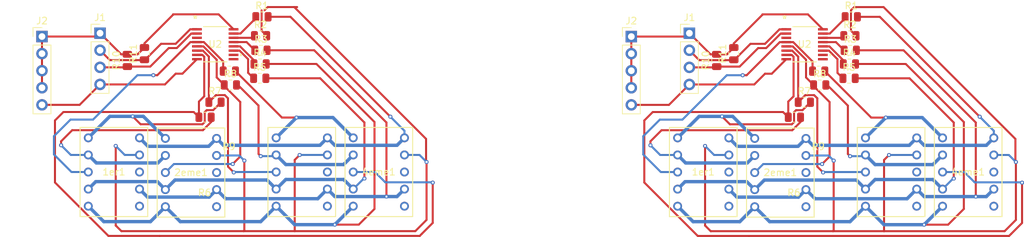
<source format=kicad_pcb>
(kicad_pcb (version 20240108) (generator "pcbnew") (generator_version "8.0")
  (layers (0 "F.Cu" signal) (31 "B.Cu" signal) (34 "B.Paste" user) (35 "F.Paste" user) (36 "B.SilkS" user "B.Silkscreen") (37 "F.SilkS" user "F.Silkscreen") (38 "B.Mask" user) (39 "F.Mask" user) (44 "Edge.Cuts" user))
  (net 0 "")
  (net 1 "/D")
  (net 2 "/C")
  (net 3 "/A")
  (net 4 "/E")
  (net 5 "/B")
  (net 6 "Net-(J1-Pin_1)")
  (net 7 "Net-(J1-Pin_4)")
  (net 8 "Net-(J1-Pin_2)")
  (net 9 "Net-(J1-Pin_3)")
  (net 12 "/G_2")
  (net 13 "/F_3")
  (net 16 "/G_0")
  (net 17 "/F_1")
  (net 22 "/1")
  (net 23 "/2")
  (net 24 "/3")
  (net 25 "/4")
  (net 26 "/9")
  (net 27 "/8")
  (net 28 "/7")
  (net 29 "/6")
  (net 30 "/5")
  (footprint "Resistor_SMD:R_0805_2012Metric" (layer "F.Cu") (at 226.808961 90.387639)
    (property "Reference" "R1")
    (property "Value" "R")
  )
  (footprint "footprints:DIP10_TDS" (layer "F.Cu") (at 124.7941 108.4673)
    (property "Reference" "2eme1")
    (property "Value" "TDSG3160-M")
  )
  (footprint "Resistor_SMD:R_0805_2012Metric" (layer "F.Cu") (at 226.529561 97.398039)
    (property "Reference" "R4")
    (property "Value" "R")
  )
  (footprint "footprints:DIP10_TDS" (layer "F.Cu") (at 113.3293 108.3873)
    (property "Reference" "1er1")
    (property "Value" "TDSG3160-M")
  )
  (footprint "footprints:DIP10_TDS" (layer "F.Cu") (at 141.2693 108.3873)
    (property "Reference" "3eme1" (hide yes))
    (property "Value" "TDSG3160-M" (hide yes))
  )
  (footprint "Resistor_SMD:R_0805_2012Metric" (layer "F.Cu") (at 226.480661 99.531639)
    (property "Reference" "R5")
    (property "Value" "R")
  )
  (footprint "Resistor_SMD:R_0805_2012Metric" (layer "F.Cu") (at 209.333761 95.864039 90)
    (property "Reference" "R11")
    (property "Value" "R")
  )
  (footprint "CMS:21-0055H_16_MXM" (layer "F.Cu") (at 219.862061 94.467039)
    (property "Reference" "U2")
    (property "Value" "max6958aaee")
  )
  (footprint "Resistor_SMD:R_0805_2012Metric" (layer "F.Cu") (at 221.957561 98.464839)
    (property "Reference" "R9")
    (property "Value" "R")
  )
  (footprint "Resistor_SMD:R_0805_2012Metric" (layer "F.Cu") (at 206.793761 96.880039 90)
    (property "Reference" "R10")
    (property "Value" "R")
  )
  (footprint "Resistor_SMD:R_0805_2012Metric" (layer "F.Cu") (at 134.46 100.5173)
    (property "Reference" "R8")
    (property "Value" "R")
  )
  (footprint "footprints:DIP10_TDS" (layer "F.Cu") (at 200.981161 108.392239)
    (property "Reference" "1er1")
    (property "Value" "TDSG3160-M")
  )
  (footprint "Connector_PinHeader_2.54mm:PinHeader_1x05_P2.54mm_Vertical" (layer "F.Cu") (at 194.093761 93.324039)
    (property "Reference" "J2")
    (property "Value" "Conn_01x05_Pin")
  )
  (footprint "Resistor_SMD:R_0805_2012Metric" (layer "F.Cu") (at 226.656561 95.366039)
    (property "Reference" "R3")
    (property "Value" "R")
  )
  (footprint "Resistor_SMD:R_0805_2012Metric" (layer "F.Cu") (at 222.111861 100.522239)
    (property "Reference" "R8")
    (property "Value" "R")
  )
  (footprint "Resistor_SMD:R_0805_2012Metric" (layer "F.Cu") (at 121.6819 95.8591 90)
    (property "Reference" "R11")
    (property "Value" "R")
  )
  (footprint "CMS:21-0055H_16_MXM" (layer "F.Cu") (at 132.2102 94.4621)
    (property "Reference" "U2")
    (property "Value" "max6958aaee")
  )
  (footprint "Resistor_SMD:R_0805_2012Metric" (layer "F.Cu") (at 219.825861 103.087639)
    (property "Reference" "R7")
    (property "Value" "R")
  )
  (footprint "Resistor_SMD:R_0805_2012Metric" (layer "F.Cu") (at 218.348861 105.322839)
    (property "Reference" "R6")
    (property "Value" "R")
  )
  (footprint "Resistor_SMD:R_0805_2012Metric" (layer "F.Cu") (at 134.3057 98.4599)
    (property "Reference" "R9")
    (property "Value" "R")
  )
  (footprint "Resistor_SMD:R_0805_2012Metric" (layer "F.Cu") (at 138.952 93.2021)
    (property "Reference" "R2")
    (property "Value" "R")
  )
  (footprint "Resistor_SMD:R_0805_2012Metric" (layer "F.Cu") (at 119.1419 96.8751 90)
    (property "Reference" "R10")
    (property "Value" "R")
  )
  (footprint "Connector_PinHeader_2.54mm:PinHeader_1x04_P2.54mm_Vertical" (layer "F.Cu") (at 202.729761 92.826039)
    (property "Reference" "J1")
    (property "Value" "Conn_01x04_Pin" (hide yes))
  )
  (footprint "footprints:DIP10_TDS" (layer "F.Cu") (at 228.921161 108.392239)
    (property "Reference" "3eme1" (hide yes))
    (property "Value" "TDSG3160-M" (hide yes))
  )
  (footprint "Resistor_SMD:R_0805_2012Metric" (layer "F.Cu") (at 139.1571 90.3827)
    (property "Reference" "R1")
    (property "Value" "R")
  )
  (footprint "Resistor_SMD:R_0805_2012Metric" (layer "F.Cu") (at 139.0047 95.3611)
    (property "Reference" "R3")
    (property "Value" "R")
  )
  (footprint "Connector_PinHeader_2.54mm:PinHeader_1x05_P2.54mm_Vertical" (layer "F.Cu") (at 106.4419 93.3191)
    (property "Reference" "J2")
    (property "Value" "Conn_01x05_Pin")
  )
  (footprint "Connector_PinHeader_2.54mm:PinHeader_1x04_P2.54mm_Vertical" (layer "F.Cu") (at 115.0779 92.8211)
    (property "Reference" "J1")
    (property "Value" "Conn_01x04_Pin" (hide yes))
  )
  (footprint "Resistor_SMD:R_0805_2012Metric" (layer "F.Cu") (at 138.8288 99.5267)
    (property "Reference" "R5")
    (property "Value" "R")
  )
  (footprint "Resistor_SMD:R_0805_2012Metric" (layer "F.Cu") (at 226.603861 93.207039)
    (property "Reference" "R2")
    (property "Value" "R")
  )
  (footprint "footprints:DIP10_TDS" (layer "F.Cu") (at 212.445961 108.472239)
    (property "Reference" "2eme1")
    (property "Value" "TDSG3160-M")
  )
  (footprint "footprints:DIP10_TDS" (layer "F.Cu") (at 152.7341 108.3873)
    (property "Reference" "4eme1")
    (property "Value" "TDSG3160-M")
  )
  (footprint "Resistor_SMD:R_0805_2012Metric" (layer "F.Cu") (at 132.174 103.0827)
    (property "Reference" "R7")
    (property "Value" "R")
  )
  (footprint "Resistor_SMD:R_0805_2012Metric" (layer "F.Cu") (at 130.697 105.3179)
    (property "Reference" "R6")
    (property "Value" "R")
  )
  (footprint "footprints:DIP10_TDS" (layer "F.Cu") (at 240.385961 108.392239)
    (property "Reference" "4eme1")
    (property "Value" "TDSG3160-M")
  )
  (footprint "Resistor_SMD:R_0805_2012Metric" (layer "F.Cu") (at 138.8777 97.3931)
    (property "Reference" "R4")
    (property "Value" "R")
  )
  (segment (start 153.5589 121.2945) (end 149.9869 121.2945) (width 0.3) (layer "F.Cu") (net 1))
  (segment (start 139.7902 97.3931) (end 147.2597 97.3931) (width 0.3) (layer "F.Cu") (net 1))
  (segment (start 243.547561 106.034039) (end 243.547561 118.962639) (width 0.3) (layer "F.Cu") (net 1))
  (segment (start 147.2597 97.3931) (end 155.8957 106.0291) (width 0.3) (layer "F.Cu") (net 1))
  (segment (start 227.442061 97.398039) (end 234.911561 97.398039) (width 0.3) (layer "F.Cu") (net 1))
  (segment (start 234.911561 97.398039) (end 243.547561 106.034039) (width 0.3) (layer "F.Cu") (net 1))
  (segment (start 241.210761 121.299439) (end 237.638761 121.299439) (width 0.3) (layer "F.Cu") (net 1))
  (segment (start 155.8957 118.9577) (end 153.5589 121.2945) (width 0.3) (layer "F.Cu") (net 1))
  (segment (start 243.547561 118.962639) (end 241.210761 121.299439) (width 0.3) (layer "F.Cu") (net 1))
  (segment (start 155.8957 106.0291) (end 155.8957 118.9577) (width 0.3) (layer "F.Cu") (net 1))
  (via (at 237.638761 121.299439) (size 0.6) (drill 0.3) (layers "F.Cu" "B.Cu") (net 1))
  (via (at 149.9869 121.2945) (size 0.6) (drill 0.3) (layers "F.Cu" "B.Cu") (net 1))
  (segment (start 203.280961 120.852039) (end 210.226161 120.852039) (width 0.5) (layer "B.Cu") (net 1))
  (segment (start 214.665761 120.852039) (end 226.621361 120.852039) (width 0.5) (layer "B.Cu") (net 1))
  (segment (start 115.6291 120.8471) (end 122.5743 120.8471) (width 0.5) (layer "B.Cu") (net 1))
  (segment (start 113.3293 118.5473) (end 115.6291 120.8471) (width 0.5) (layer "B.Cu") (net 1))
  (segment (start 231.668361 121.299439) (end 237.638761 121.299439) (width 0.5) (layer "B.Cu") (net 1))
  (segment (start 127.0139 120.8471) (end 138.9695 120.8471) (width 0.5) (layer "B.Cu") (net 1))
  (segment (start 212.445961 118.632239) (end 214.665761 120.852039) (width 0.5) (layer "B.Cu") (net 1))
  (segment (start 228.921161 118.552239) (end 231.668361 121.299439) (width 0.5) (layer "B.Cu") (net 1))
  (segment (start 138.9695 120.8471) (end 141.2693 118.5473) (width 0.5) (layer "B.Cu") (net 1))
  (segment (start 149.9869 121.2945) (end 152.7341 118.5473) (width 0.5) (layer "B.Cu") (net 1))
  (segment (start 237.638761 121.299439) (end 240.385961 118.552239) (width 0.5) (layer "B.Cu") (net 1))
  (segment (start 144.0165 121.2945) (end 149.9869 121.2945) (width 0.5) (layer "B.Cu") (net 1))
  (segment (start 200.981161 118.552239) (end 203.280961 120.852039) (width 0.5) (layer "B.Cu") (net 1))
  (segment (start 122.5743 120.8471) (end 124.7941 118.6273) (width 0.5) (layer "B.Cu") (net 1))
  (segment (start 210.226161 120.852039) (end 212.445961 118.632239) (width 0.5) (layer "B.Cu") (net 1))
  (segment (start 226.621361 120.852039) (end 228.921161 118.552239) (width 0.5) (layer "B.Cu") (net 1))
  (segment (start 141.2693 118.5473) (end 144.0165 121.2945) (width 0.5) (layer "B.Cu") (net 1))
  (segment (start 124.7941 118.6273) (end 127.0139 120.8471) (width 0.5) (layer "B.Cu") (net 1))
  (segment (start 157.6737 106.1053) (end 157.6737 117.1177) (width 0.3) (layer "F.Cu") (net 2))
  (segment (start 245.325561 106.110239) (end 245.325561 117.122639) (width 0.3) (layer "F.Cu") (net 2))
  (segment (start 227.569061 95.366039) (end 234.581361 95.366039) (width 0.3) (layer "F.Cu") (net 2))
  (segment (start 139.9172 95.3611) (end 146.9295 95.3611) (width 0.3) (layer "F.Cu") (net 2))
  (segment (start 146.9295 95.3611) (end 157.6737 106.1053) (width 0.3) (layer "F.Cu") (net 2))
  (segment (start 234.581361 95.366039) (end 245.325561 106.110239) (width 0.3) (layer "F.Cu") (net 2))
  (via (at 245.325561 117.122639) (size 0.6) (drill 0.3) (layers "F.Cu" "B.Cu") (net 2))
  (via (at 157.6737 117.1177) (size 0.6) (drill 0.3) (layers "F.Cu" "B.Cu") (net 2))
  (segment (start 120.9493 116.0073) (end 122.1397 117.1977) (width 0.5) (layer "B.Cu") (net 2))
  (segment (start 149.9997 117.1177) (end 157.6737 117.1177) (width 0.5) (layer "B.Cu") (net 2))
  (segment (start 147.4597 117.4369) (end 148.8893 116.0073) (width 0.5) (layer "B.Cu") (net 2))
  (segment (start 133.7637 117.4369) (end 147.4597 117.4369) (width 0.5) (layer "B.Cu") (net 2))
  (segment (start 122.1397 117.1977) (end 131.3037 117.1977) (width 0.5) (layer "B.Cu") (net 2))
  (segment (start 148.8893 116.0073) (end 149.9997 117.1177) (width 0.5) (layer "B.Cu") (net 2))
  (segment (start 245.325561 117.122639) (end 246.895561 117.122639) (width 0.5) (layer "B.Cu") (net 2))
  (segment (start 220.065961 116.092239) (end 221.415561 117.441839) (width 0.5) (layer "B.Cu") (net 2))
  (segment (start 221.415561 117.441839) (end 235.111561 117.441839) (width 0.5) (layer "B.Cu") (net 2))
  (segment (start 235.111561 117.441839) (end 236.541161 116.012239) (width 0.5) (layer "B.Cu") (net 2))
  (segment (start 209.791561 117.202639) (end 218.955561 117.202639) (width 0.5) (layer "B.Cu") (net 2))
  (segment (start 237.651561 117.122639) (end 245.325561 117.122639) (width 0.5) (layer "B.Cu") (net 2))
  (segment (start 236.541161 116.012239) (end 237.651561 117.122639) (width 0.5) (layer "B.Cu") (net 2))
  (segment (start 159.2437 117.1177) (end 160.3541 116.0073) (width 0.5) (layer "B.Cu") (net 2))
  (segment (start 157.6737 117.1177) (end 159.2437 117.1177) (width 0.5) (layer "B.Cu") (net 2))
  (segment (start 208.601161 116.012239) (end 209.791561 117.202639) (width 0.5) (layer "B.Cu") (net 2))
  (segment (start 218.955561 117.202639) (end 220.065961 116.092239) (width 0.5) (layer "B.Cu") (net 2))
  (segment (start 132.4141 116.0873) (end 133.7637 117.4369) (width 0.5) (layer "B.Cu") (net 2))
  (segment (start 131.3037 117.1977) (end 132.4141 116.0873) (width 0.5) (layer "B.Cu") (net 2))
  (segment (start 246.895561 117.122639) (end 248.005961 116.012239) (width 0.5) (layer "B.Cu") (net 2))
  (segment (start 143.3989 90.3827) (end 158.2579 105.2417) (width 0.3) (layer "F.Cu") (net 3))
  (segment (start 227.721461 90.387639) (end 231.050761 90.387639) (width 0.3) (layer "F.Cu") (net 3))
  (segment (start 231.050761 90.387639) (end 245.909761 105.246639) (width 0.3) (layer "F.Cu") (net 3))
  (segment (start 140.0696 90.3827) (end 143.3989 90.3827) (width 0.3) (layer "F.Cu") (net 3))
  (via (at 245.909761 105.246639) (size 0.6) (drill 0.3) (layers "F.Cu" "B.Cu") (net 3))
  (via (at 158.2579 105.2417) (size 0.6) (drill 0.3) (layers "F.Cu" "B.Cu") (net 3))
  (segment (start 159.2437 109.4977) (end 160.3541 108.3873) (width 0.5) (layer "B.Cu") (net 3))
  (segment (start 122.2077 109.6457) (end 131.2357 109.6457) (width 0.5) (layer "B.Cu") (net 3))
  (segment (start 148.8893 108.3873) (end 147.7789 109.4977) (width 0.5) (layer "B.Cu") (net 3))
  (segment (start 149.9997 109.4977) (end 159.2437 109.4977) (width 0.5) (layer "B.Cu") (net 3))
  (segment (start 236.541161 108.392239) (end 235.430761 109.502639) (width 0.5) (layer "B.Cu") (net 3))
  (segment (start 148.8893 108.3873) (end 149.9997 109.4977) (width 0.5) (layer "B.Cu") (net 3))
  (segment (start 147.7789 109.4977) (end 133.4445 109.4977) (width 0.5) (layer "B.Cu") (net 3))
  (segment (start 160.3541 107.3379) (end 160.3541 108.3873) (width 0.3) (layer "B.Cu") (net 3))
  (segment (start 237.651561 109.502639) (end 246.895561 109.502639) (width 0.5) (layer "B.Cu") (net 3))
  (segment (start 245.909761 105.246639) (end 248.005961 107.342839) (width 0.3) (layer "B.Cu") (net 3))
  (segment (start 236.541161 108.392239) (end 237.651561 109.502639) (width 0.5) (layer "B.Cu") (net 3))
  (segment (start 235.430761 109.502639) (end 221.096361 109.502639) (width 0.5) (layer "B.Cu") (net 3))
  (segment (start 246.895561 109.502639) (end 248.005961 108.392239) (width 0.5) (layer "B.Cu") (net 3))
  (segment (start 131.2357 109.6457) (end 132.4141 108.4673) (width 0.5) (layer "B.Cu") (net 3))
  (segment (start 133.4445 109.4977) (end 132.4141 108.4673) (width 0.5) (layer "B.Cu") (net 3))
  (segment (start 120.9493 108.3873) (end 122.2077 109.6457) (width 0.5) (layer "B.Cu") (net 3))
  (segment (start 209.859561 109.650639) (end 218.887561 109.650639) (width 0.5) (layer "B.Cu") (net 3))
  (segment (start 221.096361 109.502639) (end 220.065961 108.472239) (width 0.5) (layer "B.Cu") (net 3))
  (segment (start 218.887561 109.650639) (end 220.065961 108.472239) (width 0.5) (layer "B.Cu") (net 3))
  (segment (start 158.2579 105.2417) (end 160.3541 107.3379) (width 0.3) (layer "B.Cu") (net 3))
  (segment (start 248.005961 107.342839) (end 248.005961 108.392239) (width 0.3) (layer "B.Cu") (net 3))
  (segment (start 208.601161 108.392239) (end 209.859561 109.650639) (width 0.5) (layer "B.Cu") (net 3))
  (segment (start 154.3971 106.1053) (end 154.3971 114.4365) (width 0.3) (layer "F.Cu") (net 4))
  (segment (start 242.048961 106.110239) (end 242.048961 114.441439) (width 0.3) (layer "F.Cu") (net 4))
  (segment (start 235.470361 99.531639) (end 242.048961 106.110239) (width 0.3) (layer "F.Cu") (net 4))
  (segment (start 139.7413 99.5267) (end 147.8185 99.5267) (width 0.3) (layer "F.Cu") (net 4))
  (segment (start 147.8185 99.5267) (end 154.3971 106.1053) (width 0.3) (layer "F.Cu") (net 4))
  (segment (start 227.393161 99.531639) (end 235.470361 99.531639) (width 0.3) (layer "F.Cu") (net 4))
  (via (at 242.048961 114.441439) (size 0.6) (drill 0.3) (layers "F.Cu" "B.Cu") (net 4))
  (via (at 154.3971 114.4365) (size 0.6) (drill 0.3) (layers "F.Cu" "B.Cu") (net 4))
  (segment (start 202.091561 114.901839) (end 211.255561 114.901839) (width 0.5) (layer "B.Cu") (net 4))
  (segment (start 213.875561 114.662639) (end 227.571561 114.662639) (width 0.5) (layer "B.Cu") (net 4))
  (segment (start 123.6037 114.8969) (end 124.7941 116.0873) (width 0.5) (layer "B.Cu") (net 4))
  (segment (start 212.445961 116.092239) (end 213.875561 114.662639) (width 0.5) (layer "B.Cu") (net 4))
  (segment (start 200.981161 116.012239) (end 202.091561 114.901839) (width 0.5) (layer "B.Cu") (net 4))
  (segment (start 141.2693 116.0073) (end 142.6989 114.5777) (width 0.5) (layer "B.Cu") (net 4))
  (segment (start 113.3293 116.0073) (end 114.4397 114.8969) (width 0.5) (layer "B.Cu") (net 4))
  (segment (start 139.9197 114.6577) (end 141.2693 116.0073) (width 0.5) (layer "B.Cu") (net 4))
  (segment (start 154.3049 114.4365) (end 152.7341 116.0073) (width 0.3) (layer "B.Cu") (net 4))
  (segment (start 241.956761 114.441439) (end 240.385961 116.012239) (width 0.3) (layer "B.Cu") (net 4))
  (segment (start 228.921161 116.012239) (end 230.350761 114.582639) (width 0.5) (layer "B.Cu") (net 4))
  (segment (start 242.048961 114.441439) (end 241.956761 114.441439) (width 0.3) (layer "B.Cu") (net 4))
  (segment (start 124.7941 116.0873) (end 126.2237 114.6577) (width 0.5) (layer "B.Cu") (net 4))
  (segment (start 142.6989 114.5777) (end 151.3045 114.5777) (width 0.5) (layer "B.Cu") (net 4))
  (segment (start 114.4397 114.8969) (end 123.6037 114.8969) (width 0.5) (layer "B.Cu") (net 4))
  (segment (start 230.350761 114.582639) (end 238.956361 114.582639) (width 0.5) (layer "B.Cu") (net 4))
  (segment (start 151.3045 114.5777) (end 152.7341 116.0073) (width 0.5) (layer "B.Cu") (net 4))
  (segment (start 238.956361 114.582639) (end 240.385961 116.012239) (width 0.5) (layer "B.Cu") (net 4))
  (segment (start 154.3971 114.4365) (end 154.3049 114.4365) (width 0.3) (layer "B.Cu") (net 4))
  (segment (start 126.2237 114.6577) (end 139.9197 114.6577) (width 0.5) (layer "B.Cu") (net 4))
  (segment (start 227.571561 114.662639) (end 228.921161 116.012239) (width 0.5) (layer "B.Cu") (net 4))
  (segment (start 211.255561 114.901839) (end 212.445961 116.092239) (width 0.5) (layer "B.Cu") (net 4))
  (segment (start 144.0307 111.6711) (end 144.0307 122.2629) (width 0.3) (layer "F.Cu") (net 5))
  (segment (start 205.063361 121.429639) (end 205.139561 121.505839) (width 0.3) (layer "F.Cu") (net 5))
  (segment (start 205.926961 122.267839) (end 224.087961 122.267839) (width 0.3) (layer "F.Cu") (net 5))
  (segment (start 224.087961 122.267839) (end 231.682561 122.267839) (width 0.3) (layer "F.Cu") (net 5))
  (segment (start 227.516361 93.207039) (end 226.758961 92.449639) (width 0.3) (layer "F.Cu") (net 5))
  (segment (start 144.7673 110.9345) (end 144.0307 111.6711) (width 0.3) (layer "F.Cu") (net 5))
  (segment (start 249.640361 122.242439) (end 251.291361 120.591439) (width 0.3) (layer "F.Cu") (net 5))
  (segment (start 249.614961 122.267839) (end 249.640361 122.242439) (width 0.3) (layer "F.Cu") (net 5))
  (segment (start 231.682561 111.676039) (end 231.682561 122.267839) (width 0.3) (layer "F.Cu") (net 5))
  (segment (start 136.4361 122.2629) (end 144.0307 122.2629) (width 0.3) (layer "F.Cu") (net 5))
  (segment (start 205.901561 122.267839) (end 205.926961 122.267839) (width 0.3) (layer "F.Cu") (net 5))
  (segment (start 231.609561 88.939839) (end 251.218361 108.548639) (width 0.3) (layer "F.Cu") (net 5))
  (segment (start 161.9885 122.2375) (end 163.6395 120.5865) (width 0.3) (layer "F.Cu") (net 5))
  (segment (start 226.758961 92.449639) (end 226.758961 89.421639) (width 0.3) (layer "F.Cu") (net 5))
  (segment (start 205.063361 109.593239) (end 205.063361 121.429639) (width 0.3) (layer "F.Cu") (net 5))
  (segment (start 117.4115 109.5883) (end 117.4369 109.6137) (width 0.3) (layer "F.Cu") (net 5))
  (segment (start 118.2497 122.2629) (end 118.2751 122.2629) (width 0.3) (layer "F.Cu") (net 5))
  (segment (start 117.4877 121.5009) (end 118.2497 122.2629) (width 0.3) (layer "F.Cu") (net 5))
  (segment (start 117.4115 109.5883) (end 117.4115 121.4247) (width 0.3) (layer "F.Cu") (net 5))
  (segment (start 139.8645 93.2021) (end 139.1071 92.4447) (width 0.3) (layer "F.Cu") (net 5))
  (segment (start 205.139561 121.505839) (end 205.901561 122.267839) (width 0.3) (layer "F.Cu") (net 5))
  (segment (start 139.5389 89.4167) (end 140.0207 88.9349) (width 0.3) (layer "F.Cu") (net 5))
  (segment (start 117.4115 121.4247) (end 117.4877 121.5009) (width 0.3) (layer "F.Cu") (net 5))
  (segment (start 224.189561 122.166239) (end 224.087961 122.267839) (width 0.3) (layer "F.Cu") (net 5))
  (segment (start 163.5665 108.5437) (end 163.5665 111.9029) (width 0.3) (layer "F.Cu") (net 5))
  (segment (start 227.240761 88.939839) (end 231.609561 88.939839) (width 0.3) (layer "F.Cu") (net 5))
  (segment (start 143.9577 88.9349) (end 163.5665 108.5437) (width 0.3) (layer "F.Cu") (net 5))
  (segment (start 226.758961 89.421639) (end 227.240761 88.939839) (width 0.3) (layer "F.Cu") (net 5))
  (segment (start 251.218361 111.907839) (end 251.291361 111.980839) (width 0.3) (layer "F.Cu") (net 5))
  (segment (start 205.063361 109.593239) (end 205.088761 109.618639) (width 0.3) (layer "F.Cu") (net 5))
  (segment (start 139.1071 92.4447) (end 139.1071 89.4167) (width 0.3) (layer "F.Cu") (net 5))
  (segment (start 136.5377 111.7727) (end 136.5377 122.1613) (width 0.3) (layer "F.Cu") (net 5))
  (segment (start 144.0307 122.2629) (end 161.9631 122.2629) (width 0.3) (layer "F.Cu") (net 5))
  (segment (start 140.0207 88.9349) (end 144.3895 88.9349) (width 0.3) (layer "F.Cu") (net 5))
  (segment (start 231.682561 122.267839) (end 249.614961 122.267839) (width 0.3) (layer "F.Cu") (net 5))
  (segment (start 224.189561 111.777639) (end 224.189561 122.166239) (width 0.3) (layer "F.Cu") (net 5))
  (segment (start 163.6395 120.5865) (end 163.6395 111.9759) (width 0.3) (layer "F.Cu") (net 5))
  (segment (start 163.5665 111.9029) (end 163.6395 111.9759) (width 0.3) (layer "F.Cu") (net 5))
  (segment (start 232.419161 110.939439) (end 231.682561 111.676039) (width 0.3) (layer "F.Cu") (net 5))
  (segment (start 251.291361 120.591439) (end 251.291361 111.980839) (width 0.3) (layer "F.Cu") (net 5))
  (segment (start 161.9631 122.2629) (end 161.9885 122.2375) (width 0.3) (layer "F.Cu") (net 5))
  (segment (start 251.218361 108.548639) (end 251.218361 111.907839) (width 0.3) (layer "F.Cu") (net 5))
  (segment (start 118.2751 122.2629) (end 136.4361 122.2629) (width 0.3) (layer "F.Cu") (net 5))
  (segment (start 136.5377 122.1613) (end 136.4361 122.2629) (width 0.3) (layer "F.Cu") (net 5))
  (via (at 251.291361 111.980839) (size 0.6) (drill 0.3) (layers "F.Cu" "B.Cu") (net 5))
  (via (at 144.7673 110.9345) (size 0.6) (drill 0.3) (layers "F.Cu" "B.Cu") (net 5))
  (via (at 163.6395 111.9759) (size 0.6) (drill 0.3) (layers "F.Cu" "B.Cu") (net 5))
  (via (at 205.063361 109.593239) (size 0.6) (drill 0.3) (layers "F.Cu" "B.Cu") (net 5))
  (via (at 224.189561 111.777639) (size 0.6) (drill 0.3) (layers "F.Cu" "B.Cu") (net 5))
  (via (at 117.4115 109.5883) (size 0.6) (drill 0.3) (layers "F.Cu" "B.Cu") (net 5))
  (via (at 232.419161 110.939439) (size 0.6) (drill 0.3) (layers "F.Cu" "B.Cu") (net 5))
  (via (at 136.5377 111.7727) (size 0.6) (drill 0.3) (layers "F.Cu" "B.Cu") (net 5))
  (segment (start 120.9493 110.9273) (end 118.7505 110.9273) (width 0.3) (layer "B.Cu") (net 5))
  (segment (start 162.5909 110.9273) (end 160.3541 110.9273) (width 0.3) (layer "B.Cu") (net 5))
  (segment (start 148.8893 110.9273) (end 144.7745 110.9273) (width 0.3) (layer "B.Cu") (net 5))
  (segment (start 206.402361 110.932239) (end 205.063361 109.593239) (width 0.3) (layer "B.Cu") (net 5))
  (segment (start 232.426361 110.932239) (end 232.419161 110.939439) (width 0.3) (layer "B.Cu") (net 5))
  (segment (start 223.424161 111.012239) (end 224.189561 111.777639) (width 0.3) (layer "B.Cu") (net 5))
  (segment (start 144.7745 110.9273) (end 144.7673 110.9345) (width 0.3) (layer "B.Cu") (net 5))
  (segment (start 132.4141 111.0073) (end 135.7723 111.0073) (width 0.3) (layer "B.Cu") (net 5))
  (segment (start 250.242761 110.932239) (end 248.005961 110.932239) (width 0.3) (layer "B.Cu") (net 5))
  (segment (start 135.7723 111.0073) (end 136.5377 111.7727) (width 0.3) (layer "B.Cu") (net 5))
  (segment (start 163.6395 111.9759) (end 162.5909 110.9273) (width 0.3) (layer "B.Cu") (net 5))
  (segment (start 220.065961 111.012239) (end 223.424161 111.012239) (width 0.3) (layer "B.Cu") (net 5))
  (segment (start 251.291361 111.980839) (end 250.242761 110.932239) (width 0.3) (layer "B.Cu") (net 5))
  (segment (start 236.541161 110.932239) (end 232.426361 110.932239) (width 0.3) (layer "B.Cu") (net 5))
  (segment (start 118.7505 110.9273) (end 117.4115 109.5883) (width 0.3) (layer "B.Cu") (net 5))
  (segment (start 208.601161 110.932239) (end 206.402361 110.932239) (width 0.3) (layer "B.Cu") (net 5))
  (segment (start 106.4419 95.8591) (end 106.4419 98.3991) (width 0.3) (layer "F.Cu") (net 6))
  (segment (start 213.600961 90.022039) (end 220.360909 90.022039) (width 0.3) (layer "F.Cu") (net 6))
  (segment (start 220.360909 90.022039) (end 222.583409 92.244539) (width 0.3) (layer "F.Cu") (net 6))
  (segment (start 132.709048 90.0171) (end 134.931548 92.2396) (width 0.3) (layer "F.Cu") (net 6))
  (segment (start 115.0779 92.8211) (end 118.2194 95.9626) (width 0.3) (layer "F.Cu") (net 6))
  (segment (start 213.600961 90.072839) (end 213.600961 90.022039) (width 0.3) (layer "F.Cu") (net 6))
  (segment (start 209.333761 94.340039) (end 213.600961 90.072839) (width 0.3) (layer "F.Cu") (net 6))
  (segment (start 202.465761 92.826039) (end 201.967761 93.324039) (width 0.3) (layer "F.Cu") (net 6))
  (segment (start 201.967761 93.324039) (end 194.093761 93.324039) (width 0.3) (layer "F.Cu") (net 6))
  (segment (start 125.9491 90.0679) (end 125.9491 90.0171) (width 0.3) (layer "F.Cu") (net 6))
  (segment (start 202.729761 92.826039) (end 202.465761 92.826039) (width 0.3) (layer "F.Cu") (net 6))
  (segment (start 205.871261 95.967539) (end 206.793761 95.967539) (width 0.3) (layer "F.Cu") (net 6))
  (segment (start 121.6819 94.9466) (end 121.6819 94.3351) (width 0.3) (layer "F.Cu") (net 6))
  (segment (start 125.9491 90.0171) (end 132.709048 90.0171) (width 0.3) (layer "F.Cu") (net 6))
  (segment (start 121.6819 94.3351) (end 125.9491 90.0679) (width 0.3) (layer "F.Cu") (net 6))
  (segment (start 106.4419 98.3991) (end 106.4419 100.9391) (width 0.3) (layer "F.Cu") (net 6))
  (segment (start 119.1419 95.9626) (end 120.6659 95.9626) (width 0.3) (layer "F.Cu") (net 6))
  (segment (start 194.093761 93.324039) (end 194.093761 95.864039) (width 0.3) (layer "F.Cu") (net 6))
  (segment (start 114.8139 92.8211) (end 114.3159 93.3191) (width 0.3) (layer "F.Cu") (net 6))
  (segment (start 114.3159 93.3191) (end 106.4419 93.3191) (width 0.3) (layer "F.Cu") (net 6))
  (segment (start 106.4419 93.3191) (end 106.4419 95.8591) (width 0.3) (layer "F.Cu") (net 6))
  (segment (start 194.093761 98.404039) (end 194.093761 100.944039) (width 0.3) (layer "F.Cu") (net 6))
  (segment (start 209.333761 94.951539) (end 209.333761 94.340039) (width 0.3) (layer "F.Cu") (net 6))
  (segment (start 115.0779 92.8211) (end 114.8139 92.8211) (width 0.3) (layer "F.Cu") (net 6))
  (segment (start 118.2194 95.9626) (end 119.1419 95.9626) (width 0.3) (layer "F.Cu") (net 6))
  (segment (start 194.093761 95.864039) (end 194.093761 98.404039) (width 0.3) (layer "F.Cu") (net 6))
  (segment (start 208.317761 95.967539) (end 209.333761 94.951539) (width 0.3) (layer "F.Cu") (net 6))
  (segment (start 202.729761 92.826039) (end 205.871261 95.967539) (width 0.3) (layer "F.Cu") (net 6))
  (segment (start 120.6659 95.9626) (end 121.6819 94.9466) (width 0.3) (layer "F.Cu") (net 6))
  (segment (start 206.793761 95.967539) (end 208.317761 95.967539) (width 0.3) (layer "F.Cu") (net 6))
  (segment (start 212.380913 100.446039) (end 213.978413 98.848539) (width 0.3) (layer "F.Cu") (net 7))
  (segment (start 126.326552 98.8436) (end 127.329852 98.8436) (width 0.3) (layer "F.Cu") (net 7))
  (segment (start 127.329852 98.8436) (end 129.488852 96.6846) (width 0.3) (layer "F.Cu") (net 7))
  (segment (start 112.0399 103.4791) (end 106.4419 103.4791) (width 0.3) (layer "F.Cu") (net 7))
  (segment (start 202.729761 100.446039) (end 212.380913 100.446039) (width 0.3) (layer "F.Cu") (net 7))
  (segment (start 213.978413 98.848539) (end 214.981713 98.848539) (width 0.3) (layer "F.Cu") (net 7))
  (segment (start 214.981713 98.848539) (end 217.140713 96.689539) (width 0.3) (layer "F.Cu") (net 7))
  (segment (start 115.0779 100.4411) (end 124.729052 100.4411) (width 0.3) (layer "F.Cu") (net 7))
  (segment (start 124.729052 100.4411) (end 126.326552 98.8436) (width 0.3) (layer "F.Cu") (net 7))
  (segment (start 199.691761 103.484039) (end 194.093761 103.484039) (width 0.3) (layer "F.Cu") (net 7))
  (segment (start 202.729761 100.446039) (end 199.691761 103.484039) (width 0.3) (layer "F.Cu") (net 7))
  (segment (start 115.0779 100.4411) (end 112.0399 103.4791) (width 0.3) (layer "F.Cu") (net 7))
  (segment (start 124.1584 94.3986) (end 126.326552 94.3986) (width 0.3) (layer "F.Cu") (net 8))
  (segment (start 115.0779 95.3611) (end 116.5419 96.8251) (width 0.3) (layer "F.Cu") (net 8))
  (segment (start 121.6284 96.8251) (end 121.6819 96.7716) (width 0.3) (layer "F.Cu") (net 8))
  (segment (start 211.810261 94.403539) (end 213.978413 94.403539) (width 0.3) (layer "F.Cu") (net 8))
  (segment (start 121.6819 96.7716) (end 121.7854 96.7716) (width 0.3) (layer "F.Cu") (net 8))
  (segment (start 126.326552 94.3986) (end 128.485552 92.2396) (width 0.3) (layer "F.Cu") (net 8))
  (segment (start 121.7854 96.7716) (end 124.1584 94.3986) (width 0.3) (layer "F.Cu") (net 8))
  (segment (start 216.137413 92.244539) (end 217.140713 92.244539) (width 0.3) (layer "F.Cu") (net 8))
  (segment (start 213.978413 94.403539) (end 216.137413 92.244539) (width 0.3) (layer "F.Cu") (net 8))
  (segment (start 128.485552 92.2396) (end 129.488852 92.2396) (width 0.3) (layer "F.Cu") (net 8))
  (segment (start 116.5419 96.8251) (end 121.6284 96.8251) (width 0.3) (layer "F.Cu") (net 8))
  (segment (start 209.437261 96.776539) (end 211.810261 94.403539) (width 0.3) (layer "F.Cu") (net 8))
  (segment (start 209.280261 96.830039) (end 209.333761 96.776539) (width 0.3) (layer "F.Cu") (net 8))
  (segment (start 202.729761 95.366039) (end 204.193761 96.830039) (width 0.3) (layer "F.Cu") (net 8))
  (segment (start 209.333761 96.776539) (end 209.437261 96.776539) (width 0.3) (layer "F.Cu") (net 8))
  (segment (start 204.193761 96.830039) (end 209.280261 96.830039) (width 0.3) (layer "F.Cu") (net 8))
  (segment (start 115.0779 97.9011) (end 119.0284 97.9011) (width 0.3) (layer "F.Cu") (net 9))
  (segment (start 210.196964 97.792539) (end 212.950964 95.038539) (width 0.3) (layer "F.Cu") (net 9))
  (segment (start 216.304564 92.879539) (end 217.140713 92.879539) (width 0.3) (layer "F.Cu") (net 9))
  (segment (start 202.729761 97.906039) (end 206.680261 97.906039) (width 0.3) (layer "F.Cu") (net 9))
  (segment (start 119.0284 97.9011) (end 119.1419 97.7876) (width 0.3) (layer "F.Cu") (net 9))
  (segment (start 206.680261 97.906039) (end 206.793761 97.792539) (width 0.3) (layer "F.Cu") (net 9))
  (segment (start 119.1419 97.7876) (end 122.545103 97.7876) (width 0.3) (layer "F.Cu") (net 9))
  (segment (start 212.950964 95.038539) (end 214.145564 95.038539) (width 0.3) (layer "F.Cu") (net 9))
  (segment (start 125.299103 95.0336) (end 126.493703 95.0336) (width 0.3) (layer "F.Cu") (net 9))
  (segment (start 126.493703 95.0336) (end 128.652703 92.8746) (width 0.3) (layer "F.Cu") (net 9))
  (segment (start 122.545103 97.7876) (end 125.299103 95.0336) (width 0.3) (layer "F.Cu") (net 9))
  (segment (start 214.145564 95.038539) (end 216.304564 92.879539) (width 0.3) (layer "F.Cu") (net 9))
  (segment (start 206.793761 97.792539) (end 210.196964 97.792539) (width 0.3) (layer "F.Cu") (net 9))
  (segment (start 128.652703 92.8746) (end 129.488852 92.8746) (width 0.3) (layer "F.Cu") (net 9))
  (segment (start 131.9013 104.2679) (end 130.9361 104.2679) (width 0.3) (layer "F.Cu") (net 12))
  (segment (start 218.587961 104.272839) (end 218.298861 104.561939) (width 0.3) (layer "F.Cu") (net 12))
  (segment (start 219.553161 104.272839) (end 218.587961 104.272839) (width 0.3) (layer "F.Cu") (net 12))
  (segment (start 218.298861 104.561939) (end 218.298861 106.035139) (width 0.3) (layer "F.Cu") (net 12))
  (segment (start 218.298861 106.035139) (end 217.961161 106.372839) (width 0.3) (layer "F.Cu") (net 12))
  (segment (start 130.647 106.0302) (end 130.3093 106.3679) (width 0.3) (layer "F.Cu") (net 12))
  (segment (start 130.3093 106.3679) (end 121.1063 106.3679) (width 0.3) (layer "F.Cu") (net 12))
  (segment (start 220.738361 103.087639) (end 219.553161 104.272839) (width 0.3) (layer "F.Cu") (net 12))
  (segment (start 208.758161 106.372839) (end 207.581161 105.195839) (width 0.3) (layer "F.Cu") (net 12))
  (segment (start 217.961161 106.372839) (end 208.758161 106.372839) (width 0.3) (layer "F.Cu") (net 12))
  (segment (start 133.0865 103.0827) (end 131.9013 104.2679) (width 0.3) (layer "F.Cu") (net 12))
  (segment (start 130.9361 104.2679) (end 130.647 104.557) (width 0.3) (layer "F.Cu") (net 12))
  (segment (start 121.1063 106.3679) (end 119.9293 105.1909) (width 0.3) (layer "F.Cu") (net 12))
  (segment (start 130.647 104.557) (end 130.647 106.0302) (width 0.3) (layer "F.Cu") (net 12))
  (via (at 207.581161 105.195839) (size 0.6) (drill 0.3) (layers "F.Cu" "B.Cu") (net 12))
  (via (at 119.9293 105.1909) (size 0.6) (drill 0.3) (layers "F.Cu" "B.Cu") (net 12))
  (segment (start 200.981161 108.392239) (end 204.177561 105.195839) (width 0.5) (layer "B.Cu") (net 12))
  (segment (start 209.169561 105.195839) (end 212.445961 108.472239) (width 0.5) (layer "B.Cu") (net 12))
  (segment (start 121.5177 105.1909) (end 124.7941 108.4673) (width 0.5) (layer "B.Cu") (net 12))
  (segment (start 204.177561 105.195839) (end 209.169561 105.195839) (width 0.5) (layer "B.Cu") (net 12))
  (segment (start 113.3293 108.3873) (end 116.5257 105.1909) (width 0.5) (layer "B.Cu") (net 12))
  (segment (start 116.5257 105.1909) (end 121.5177 105.1909) (width 0.5) (layer "B.Cu") (net 12))
  (segment (start 219.261361 105.322839) (end 219.261361 106.022839) (width 0.3) (layer "F.Cu") (net 13))
  (segment (start 109.2867 108.8993) (end 109.2867 109.4835) (width 0.3) (layer "F.Cu") (net 13))
  (segment (start 196.938561 108.904239) (end 196.938561 109.488439) (width 0.3) (layer "F.Cu") (net 13))
  (segment (start 219.261361 106.022839) (end 218.030961 107.253239) (width 0.3) (layer "F.Cu") (net 13))
  (segment (start 198.589561 107.253239) (end 196.938561 108.904239) (width 0.3) (layer "F.Cu") (net 13))
  (segment (start 110.9377 107.2483) (end 109.2867 108.8993) (width 0.3) (layer "F.Cu") (net 13))
  (segment (start 218.030961 107.253239) (end 198.589561 107.253239) (width 0.3) (layer "F.Cu") (net 13))
  (segment (start 130.3791 107.2483) (end 110.9377 107.2483) (width 0.3) (layer "F.Cu") (net 13))
  (segment (start 131.6095 105.3179) (end 131.6095 106.0179) (width 0.3) (layer "F.Cu") (net 13))
  (segment (start 131.6095 106.0179) (end 130.3791 107.2483) (width 0.3) (layer "F.Cu") (net 13))
  (via (at 196.938561 109.488439) (size 0.6) (drill 0.3) (layers "F.Cu" "B.Cu") (net 13))
  (via (at 109.2867 109.4835) (size 0.6) (drill 0.3) (layers "F.Cu" "B.Cu") (net 13))
  (segment (start 211.335561 112.122639) (end 212.445961 111.012239) (width 0.5) (layer "B.Cu") (net 13))
  (segment (start 113.3293 110.9273) (end 114.5197 112.1177) (width 0.5) (layer "B.Cu") (net 13))
  (segment (start 196.938561 109.488439) (end 198.382361 110.932239) (width 0.3) (layer "B.Cu") (net 13))
  (segment (start 198.382361 110.932239) (end 200.981161 110.932239) (width 0.3) (layer "B.Cu") (net 13))
  (segment (start 200.981161 110.932239) (end 202.171561 112.122639) (width 0.5) (layer "B.Cu") (net 13))
  (segment (start 123.6837 112.1177) (end 124.7941 111.0073) (width 0.5) (layer "B.Cu") (net 13))
  (segment (start 202.171561 112.122639) (end 211.335561 112.122639) (width 0.5) (layer "B.Cu") (net 13))
  (segment (start 114.5197 112.1177) (end 123.6837 112.1177) (width 0.5) (layer "B.Cu") (net 13))
  (segment (start 109.2867 109.4835) (end 110.7305 110.9273) (width 0.3) (layer "B.Cu") (net 13))
  (segment (start 110.7305 110.9273) (end 113.3293 110.9273) (width 0.3) (layer "B.Cu") (net 13))
  (segment (start 135.2182 98.4599) (end 142.127 105.3687) (width 0.3) (layer "F.Cu") (net 16))
  (segment (start 142.127 105.3687) (end 144.2879 105.3687) (width 0.3) (layer "F.Cu") (net 16))
  (segment (start 222.870061 98.464839) (end 229.778861 105.373639) (width 0.3) (layer "F.Cu") (net 16))
  (segment (start 229.778861 105.373639) (end 231.939761 105.373639) (width 0.3) (layer "F.Cu") (net 16))
  (via (at 231.939761 105.373639) (size 0.6) (drill 0.3) (layers "F.Cu" "B.Cu") (net 16))
  (via (at 144.2879 105.3687) (size 0.6) (drill 0.3) (layers "F.Cu" "B.Cu") (net 16))
  (segment (start 141.2693 108.3873) (end 144.2879 105.3687) (width 0.5) (layer "B.Cu") (net 16))
  (segment (start 149.7155 105.3687) (end 152.7341 108.3873) (width 0.5) (layer "B.Cu") (net 16))
  (segment (start 237.367361 105.373639) (end 240.385961 108.392239) (width 0.5) (layer "B.Cu") (net 16))
  (segment (start 231.939761 105.373639) (end 237.367361 105.373639) (width 0.5) (layer "B.Cu") (net 16))
  (segment (start 228.921161 108.392239) (end 231.939761 105.373639) (width 0.5) (layer "B.Cu") (net 16))
  (segment (start 144.2879 105.3687) (end 149.7155 105.3687) (width 0.5) (layer "B.Cu") (net 16))
  (segment (start 138.6491 110.7789) (end 138.9793 111.1091) (width 0.3) (layer "F.Cu") (net 17))
  (segment (start 223.024361 100.522239) (end 223.227561 100.522239) (width 0.3) (layer "F.Cu") (net 17))
  (segment (start 135.3725 100.5173) (end 135.5757 100.5173) (width 0.3) (layer "F.Cu") (net 17))
  (segment (start 226.300961 110.783839) (end 226.631161 111.114039) (width 0.3) (layer "F.Cu") (net 17))
  (segment (start 138.6491 103.5907) (end 138.6491 110.7789) (width 0.3) (layer "F.Cu") (net 17))
  (segment (start 226.300961 103.595639) (end 226.300961 110.783839) (width 0.3) (layer "F.Cu") (net 17))
  (segment (start 135.5757 100.5173) (end 138.6491 103.5907) (width 0.3) (layer "F.Cu") (net 17))
  (segment (start 223.227561 100.522239) (end 226.300961 103.595639) (width 0.3) (layer "F.Cu") (net 17))
  (via (at 226.631161 111.114039) (size 0.6) (drill 0.3) (layers "F.Cu" "B.Cu") (net 17))
  (via (at 138.9793 111.1091) (size 0.6) (drill 0.3) (layers "F.Cu" "B.Cu") (net 17))
  (segment (start 141.2693 110.9273) (end 142.6989 112.3569) (width 0.5) (layer "B.Cu") (net 17))
  (segment (start 151.3045 112.3569) (end 152.7341 110.9273) (width 0.5) (layer "B.Cu") (net 17))
  (segment (start 228.921161 110.932239) (end 230.350761 112.361839) (width 0.5) (layer "B.Cu") (net 17))
  (segment (start 238.956361 112.361839) (end 240.385961 110.932239) (width 0.5) (layer "B.Cu") (net 17))
  (segment (start 228.739361 111.114039) (end 228.921161 110.932239) (width 0.3) (layer "B.Cu") (net 17))
  (segment (start 142.6989 112.3569) (end 151.3045 112.3569) (width 0.5) (layer "B.Cu") (net 17))
  (segment (start 230.350761 112.361839) (end 238.956361 112.361839) (width 0.5) (layer "B.Cu") (net 17))
  (segment (start 141.0875 111.1091) (end 141.2693 110.9273) (width 0.3) (layer "B.Cu") (net 17))
  (segment (start 138.9793 111.1091) (end 141.0875 111.1091) (width 0.3) (layer "B.Cu") (net 17))
  (segment (start 226.631161 111.114039) (end 228.739361 111.114039) (width 0.3) (layer "B.Cu") (net 17))
  (segment (start 217.140713 94.149539) (end 218.168162 94.149539) (width 0.3) (layer "F.Cu") (net 22))
  (segment (start 128.519003 94.1446) (end 123.594103 99.0695) (width 0.3) (layer "F.Cu") (net 22))
  (segment (start 133.3932 97.021499) (end 133.3932 98.4599) (width 0.3) (layer "F.Cu") (net 22))
  (segment (start 216.170864 94.149539) (end 211.245964 99.074439) (width 0.3) (layer "F.Cu") (net 22))
  (segment (start 123.594103 99.0695) (end 123.0027 99.0695) (width 0.3) (layer "F.Cu") (net 22))
  (segment (start 129.488852 94.1446) (end 130.516301 94.1446) (width 0.3) (layer "F.Cu") (net 22))
  (segment (start 130.516301 94.1446) (end 133.3932 97.021499) (width 0.3) (layer "F.Cu") (net 22))
  (segment (start 129.488852 94.1446) (end 128.519003 94.1446) (width 0.3) (layer "F.Cu") (net 22))
  (segment (start 217.140713 94.149539) (end 216.170864 94.149539) (width 0.3) (layer "F.Cu") (net 22))
  (segment (start 221.045061 97.026438) (end 221.045061 98.464839) (width 0.3) (layer "F.Cu") (net 22))
  (segment (start 218.168162 94.149539) (end 221.045061 97.026438) (width 0.3) (layer "F.Cu") (net 22))
  (segment (start 211.245964 99.074439) (end 210.654561 99.074439) (width 0.3) (layer "F.Cu") (net 22))
  (via (at 123.0027 99.0695) (size 0.6) (drill 0.3) (layers "F.Cu" "B.Cu") (net 22))
  (via (at 210.654561 99.074439) (size 0.6) (drill 0.3) (layers "F.Cu" "B.Cu") (net 22))
  (segment (start 198.483961 113.472239) (end 200.981161 113.472239) (width 0.3) (layer "B.Cu") (net 22))
  (segment (start 198.335561 105.678439) (end 195.871761 108.142239) (width 0.3) (layer "B.Cu") (net 22))
  (segment (start 208.292361 99.074439) (end 201.688361 105.678439) (width 0.3) (layer "B.Cu") (net 22))
  (segment (start 195.871761 108.142239) (end 195.871761 110.860039) (width 0.3) (layer "B.Cu") (net 22))
  (segment (start 108.2199 110.8551) (end 110.8321 113.4673) (width 0.3) (layer "B.Cu") (net 22))
  (segment (start 120.6405 99.0695) (end 114.0365 105.6735) (width 0.3) (layer "B.Cu") (net 22))
  (segment (start 114.0365 105.6735) (end 110.6837 105.6735) (width 0.3) (layer "B.Cu") (net 22))
  (segment (start 110.6837 105.6735) (end 108.2199 108.1373) (width 0.3) (layer "B.Cu") (net 22))
  (segment (start 210.654561 99.074439) (end 208.292361 99.074439) (width 0.3) (layer "B.Cu") (net 22))
  (segment (start 123.0027 99.0695) (end 120.6405 99.0695) (width 0.3) (layer "B.Cu") (net 22))
  (segment (start 195.871761 110.860039) (end 198.483961 113.472239) (width 0.3) (layer "B.Cu") (net 22))
  (segment (start 201.688361 105.678439) (end 198.335561 105.678439) (width 0.3) (layer "B.Cu") (net 22))
  (segment (start 110.8321 113.4673) (end 113.3293 113.4673) (width 0.3) (layer "B.Cu") (net 22))
  (segment (start 108.2199 108.1373) (end 108.2199 110.8551) (width 0.3) (layer "B.Cu") (net 22))
  (segment (start 132.428 99.3978) (end 133.5475 100.5173) (width 0.3) (layer "F.Cu") (net 23))
  (segment (start 135.9313 103.0573) (end 133.5475 100.6735) (width 0.3) (layer "F.Cu") (net 23))
  (segment (start 133.5475 100.6735) (end 133.5475 100.5173) (width 0.3) (layer "F.Cu") (net 23))
  (segment (start 223.583161 111.164839) (end 223.583161 103.062239) (width 0.3) (layer "F.Cu") (net 23))
  (segment (start 220.079861 96.768344) (end 220.079861 99.402739) (width 0.3) (layer "F.Cu") (net 23))
  (segment (start 130.444195 94.7796) (end 132.428 96.763405) (width 0.3) (layer "F.Cu") (net 23))
  (segment (start 220.079861 99.402739) (end 221.199361 100.522239) (width 0.3) (layer "F.Cu") (net 23))
  (segment (start 135.9313 111.1599) (end 135.9313 103.0573) (width 0.3) (layer "F.Cu") (net 23))
  (segment (start 222.465561 112.282439) (end 223.583161 111.164839) (width 0.3) (layer "F.Cu") (net 23))
  (segment (start 217.140713 94.784539) (end 218.096056 94.784539) (width 0.3) (layer "F.Cu") (net 23))
  (segment (start 221.199361 100.678439) (end 221.199361 100.522239) (width 0.3) (layer "F.Cu") (net 23))
  (segment (start 129.488852 94.7796) (end 130.444195 94.7796) (width 0.3) (layer "F.Cu") (net 23))
  (segment (start 132.428 96.763405) (end 132.428 99.3978) (width 0.3) (layer "F.Cu") (net 23))
  (segment (start 218.096056 94.784539) (end 220.079861 96.768344) (width 0.3) (layer "F.Cu") (net 23))
  (segment (start 134.8137 112.2775) (end 135.9313 111.1599) (width 0.3) (layer "F.Cu") (net 23))
  (segment (start 223.583161 103.062239) (end 221.199361 100.678439) (width 0.3) (layer "F.Cu") (net 23))
  (via (at 222.465561 112.282439) (size 0.6) (drill 0.3) (layers "F.Cu" "B.Cu") (net 23))
  (via (at 134.8137 112.2775) (size 0.6) (drill 0.3) (layers "F.Cu" "B.Cu") (net 23))
  (segment (start 124.7941 113.5473) (end 126.0639 112.2775) (width 0.3) (layer "B.Cu") (net 23))
  (segment (start 126.0639 112.2775) (end 134.8137 112.2775) (width 0.3) (layer "B.Cu") (net 23))
  (segment (start 212.445961 113.552239) (end 213.715761 112.282439) (width 0.3) (layer "B.Cu") (net 23))
  (segment (start 213.715761 112.282439) (end 222.465561 112.282439) (width 0.3) (layer "B.Cu") (net 23))
  (segment (start 218.913361 96.30895) (end 218.913361 103.087639) (width 0.3) (layer "F.Cu") (net 24))
  (segment (start 219.963361 102.037639) (end 221.288561 102.037639) (width 0.3) (layer "F.Cu") (net 24))
  (segment (start 134.1025 102.4985) (end 134.1025 112.6585) (width 0.3) (layer "F.Cu") (net 24))
  (segment (start 134.1025 112.6585) (end 134.9661 113.5221) (width 0.3) (layer "F.Cu") (net 24))
  (segment (start 131.2615 103.0827) (end 132.3115 102.0327) (width 0.3) (layer "F.Cu") (net 24))
  (segment (start 218.913361 103.087639) (end 219.963361 102.037639) (width 0.3) (layer "F.Cu") (net 24))
  (segment (start 218.02395 95.419539) (end 218.913361 96.30895) (width 0.3) (layer "F.Cu") (net 24))
  (segment (start 133.6367 102.0327) (end 134.1025 102.4985) (width 0.3) (layer "F.Cu") (net 24))
  (segment (start 217.140713 95.419539) (end 218.02395 95.419539) (width 0.3) (layer "F.Cu") (net 24))
  (segment (start 221.288561 102.037639) (end 221.754361 102.503439) (width 0.3) (layer "F.Cu") (net 24))
  (segment (start 129.488852 95.4146) (end 130.372089 95.4146) (width 0.3) (layer "F.Cu") (net 24))
  (segment (start 131.2615 96.304011) (end 131.2615 103.0827) (width 0.3) (layer "F.Cu") (net 24))
  (segment (start 132.3115 102.0327) (end 133.6367 102.0327) (width 0.3) (layer "F.Cu") (net 24))
  (segment (start 130.372089 95.4146) (end 131.2615 96.304011) (width 0.3) (layer "F.Cu") (net 24))
  (segment (start 221.754361 102.503439) (end 221.754361 112.663439) (width 0.3) (layer "F.Cu") (net 24))
  (segment (start 221.754361 112.663439) (end 222.617961 113.527039) (width 0.3) (layer "F.Cu") (net 24))
  (via (at 222.617961 113.527039) (size 0.6) (drill 0.3) (layers "F.Cu" "B.Cu") (net 24))
  (via (at 134.9661 113.5221) (size 0.6) (drill 0.3) (layers "F.Cu" "B.Cu") (net 24))
  (segment (start 222.672761 113.472239) (end 228.921161 113.472239) (width 0.3) (layer "B.Cu") (net 24))
  (segment (start 222.617961 113.527039) (end 222.672761 113.472239) (width 0.3) (layer "B.Cu") (net 24))
  (segment (start 135.0209 113.4673) (end 141.2693 113.4673) (width 0.3) (layer "B.Cu") (net 24))
  (segment (start 134.9661 113.5221) (end 135.0209 113.4673) (width 0.3) (layer "B.Cu") (net 24))
  (segment (start 216.659361 104.545839) (end 197.283761 104.545839) (width 0.3) (layer "F.Cu") (net 25))
  (segment (start 116.323978 122.9709) (end 123.9425 122.9709) (width 0.3) (layer "F.Cu") (net 25))
  (segment (start 130.5719 96.321517) (end 130.5719 102.204344) (width 0.3) (layer "F.Cu") (net 25))
  (segment (start 130.5719 102.204344) (end 129.7845 102.991744) (width 0.3) (layer "F.Cu") (net 25))
  (segment (start 252.208961 121.045439) (end 252.208961 115.051039) (width 0.3) (layer "F.Cu") (net 25))
  (segment (start 108.3723 105.8005) (end 108.3723 115.019222) (width 0.3) (layer "F.Cu") (net 25))
  (segment (start 218.223761 96.326456) (end 218.223761 102.209283) (width 0.3) (layer "F.Cu") (net 25))
  (segment (start 218.223761 102.209283) (end 217.436361 102.996683) (width 0.3) (layer "F.Cu") (net 25))
  (segment (start 217.951844 96.054539) (end 218.223761 96.326456) (width 0.3) (layer "F.Cu") (net 25))
  (segment (start 162.9315 122.6661) (end 164.5571 121.0405) (width 0.3) (layer "F.Cu") (net 25))
  (segment (start 123.9425 122.9709) (end 162.6267 122.9709) (width 0.3) (layer "F.Cu") (net 25))
  (segment (start 129.7845 102.991744) (end 129.7845 105.3179) (width 0.3) (layer "F.Cu") (net 25))
  (segment (start 217.436361 105.322839) (end 216.659361 104.545839) (width 0.3) (layer "F.Cu") (net 25))
  (segment (start 129.488852 96.0496) (end 130.299983 96.0496) (width 0.3) (layer "F.Cu") (net 25))
  (segment (start 196.024161 115.024161) (end 203.975839 122.975839) (width 0.3) (layer "F.Cu") (net 25))
  (segment (start 197.283761 104.545839) (end 196.024161 105.805439) (width 0.3) (layer "F.Cu") (net 25))
  (segment (start 211.594361 122.975839) (end 250.278561 122.975839) (width 0.3) (layer "F.Cu") (net 25))
  (segment (start 130.299983 96.0496) (end 130.5719 96.321517) (width 0.3) (layer "F.Cu") (net 25))
  (segment (start 129.0075 104.5409) (end 109.6319 104.5409) (width 0.3) (layer "F.Cu") (net 25))
  (segment (start 217.436361 102.996683) (end 217.436361 105.322839) (width 0.3) (layer "F.Cu") (net 25))
  (segment (start 217.140713 96.054539) (end 217.951844 96.054539) (width 0.3) (layer "F.Cu") (net 25))
  (segment (start 250.583361 122.671039) (end 252.208961 121.045439) (width 0.3) (layer "F.Cu") (net 25))
  (segment (start 109.6319 104.5409) (end 108.3723 105.8005) (width 0.3) (layer "F.Cu") (net 25))
  (segment (start 196.024161 105.805439) (end 196.024161 115.024161) (width 0.3) (layer "F.Cu") (net 25))
  (segment (start 164.5571 121.0405) (end 164.5571 115.0461) (width 0.3) (layer "F.Cu") (net 25))
  (segment (start 203.975839 122.975839) (end 211.594361 122.975839) (width 0.3) (layer "F.Cu") (net 25))
  (segment (start 108.3723 115.019222) (end 116.323978 122.9709) (width 0.3) (layer "F.Cu") (net 25))
  (segment (start 162.6267 122.9709) (end 162.9315 122.6661) (width 0.3) (layer "F.Cu") (net 25))
  (segment (start 250.278561 122.975839) (end 250.583361 122.671039) (width 0.3) (layer "F.Cu") (net 25))
  (segment (start 129.7845 105.3179) (end 129.0075 104.5409) (width 0.3) (layer "F.Cu") (net 25))
  (via (at 252.208961 115.051039) (size 0.6) (drill 0.3) (layers "F.Cu" "B.Cu") (net 25))
  (via (at 164.5571 115.0461) (size 0.6) (drill 0.3) (layers "F.Cu" "B.Cu") (net 25))
  (segment (start 164.5079 114.9969) (end 157.4975 114.9969) (width 0.3) (layer "B.Cu") (net 25))
  (segment (start 155.9679 113.4673) (end 152.7341 113.4673) (width 0.3) (layer "B.Cu") (net 25))
  (segment (start 245.149361 115.001839) (end 243.619761 113.472239) (width 0.3) (layer "B.Cu") (net 25))
  (segment (start 157.4975 114.9969) (end 155.9679 113.4673) (width 0.3) (layer "B.Cu") (net 25))
  (segment (start 243.619761 113.472239) (end 240.385961 113.472239) (width 0.3) (layer "B.Cu") (net 25))
  (segment (start 252.208961 115.051039) (end 252.159761 115.001839) (width 0.3) (layer "B.Cu") (net 25))
  (segment (start 164.5571 115.0461) (end 164.5079 114.9969) (width 0.3) (layer "B.Cu") (net 25))
  (segment (start 252.159761 115.001839) (end 245.149361 115.001839) (width 0.3) (layer "B.Cu") (net 25))
  (segment (start 134.931548 92.8746) (end 135.958997 92.8746) (width 0.3) (layer "F.Cu") (net 26))
  (segment (start 222.583409 92.879539) (end 223.610858 92.879539) (width 0.3) (layer "F.Cu") (net 26))
  (segment (start 223.610858 92.879539) (end 225.896461 90.593936) (width 0.3) (layer "F.Cu") (net 26))
  (segment (start 225.896461 90.593936) (end 225.896461 90.387639) (width 0.3) (layer "F.Cu") (net 26))
  (segment (start 138.2446 90.588997) (end 138.2446 90.3827) (width 0.3) (layer "F.Cu") (net 26))
  (segment (start 135.958997 92.8746) (end 138.2446 90.588997) (width 0.3) (layer "F.Cu") (net 26))
  (segment (start 222.583409 93.514539) (end 225.383861 93.514539) (width 0.3) (layer "F.Cu") (net 27))
  (segment (start 225.383861 93.514539) (end 225.691361 93.207039) (width 0.3) (layer "F.Cu") (net 27))
  (segment (start 134.931548 93.5096) (end 137.732 93.5096) (width 0.3) (layer "F.Cu") (net 27))
  (segment (start 137.732 93.5096) (end 138.0395 93.2021) (width 0.3) (layer "F.Cu") (net 27))
  (segment (start 222.583409 94.149539) (end 224.527561 94.149539) (width 0.3) (layer "F.Cu") (net 28))
  (segment (start 136.8757 94.1446) (end 138.0922 95.3611) (width 0.3) (layer "F.Cu") (net 28))
  (segment (start 224.527561 94.149539) (end 225.744061 95.366039) (width 0.3) (layer "F.Cu") (net 28))
  (segment (start 134.931548 94.1446) (end 136.8757 94.1446) (width 0.3) (layer "F.Cu") (net 28))
  (segment (start 222.583409 94.784539) (end 223.553258 94.784539) (width 0.3) (layer "F.Cu") (net 29))
  (segment (start 135.901397 94.7796) (end 137.9652 96.843403) (width 0.3) (layer "F.Cu") (net 29))
  (segment (start 137.9652 96.843403) (end 137.9652 97.3931) (width 0.3) (layer "F.Cu") (net 29))
  (segment (start 134.931548 94.7796) (end 135.901397 94.7796) (width 0.3) (layer "F.Cu") (net 29))
  (segment (start 223.553258 94.784539) (end 225.617061 96.848342) (width 0.3) (layer "F.Cu") (net 29))
  (segment (start 225.617061 96.848342) (end 225.617061 97.398039) (width 0.3) (layer "F.Cu") (net 29))
  (segment (start 135.829291 95.4146) (end 137.1027 96.688009) (width 0.3) (layer "F.Cu") (net 30))
  (segment (start 137.1027 98.7131) (end 137.9163 99.5267) (width 0.3) (layer "F.Cu") (net 30))
  (segment (start 222.583409 95.419539) (end 223.481152 95.419539) (width 0.3) (layer "F.Cu") (net 30))
  (segment (start 134.931548 95.4146) (end 135.829291 95.4146) (width 0.3) (layer "F.Cu") (net 30))
  (segment (start 223.481152 95.419539) (end 224.754561 96.692948) (width 0.3) (layer "F.Cu") (net 30))
  (segment (start 137.1027 96.688009) (end 137.1027 98.7131) (width 0.3) (layer "F.Cu") (net 30))
  (segment (start 224.754561 98.718039) (end 225.568161 99.531639) (width 0.3) (layer "F.Cu") (net 30))
  (segment (start 224.754561 96.692948) (end 224.754561 98.718039) (width 0.3) (layer "F.Cu") (net 30))
)
</source>
